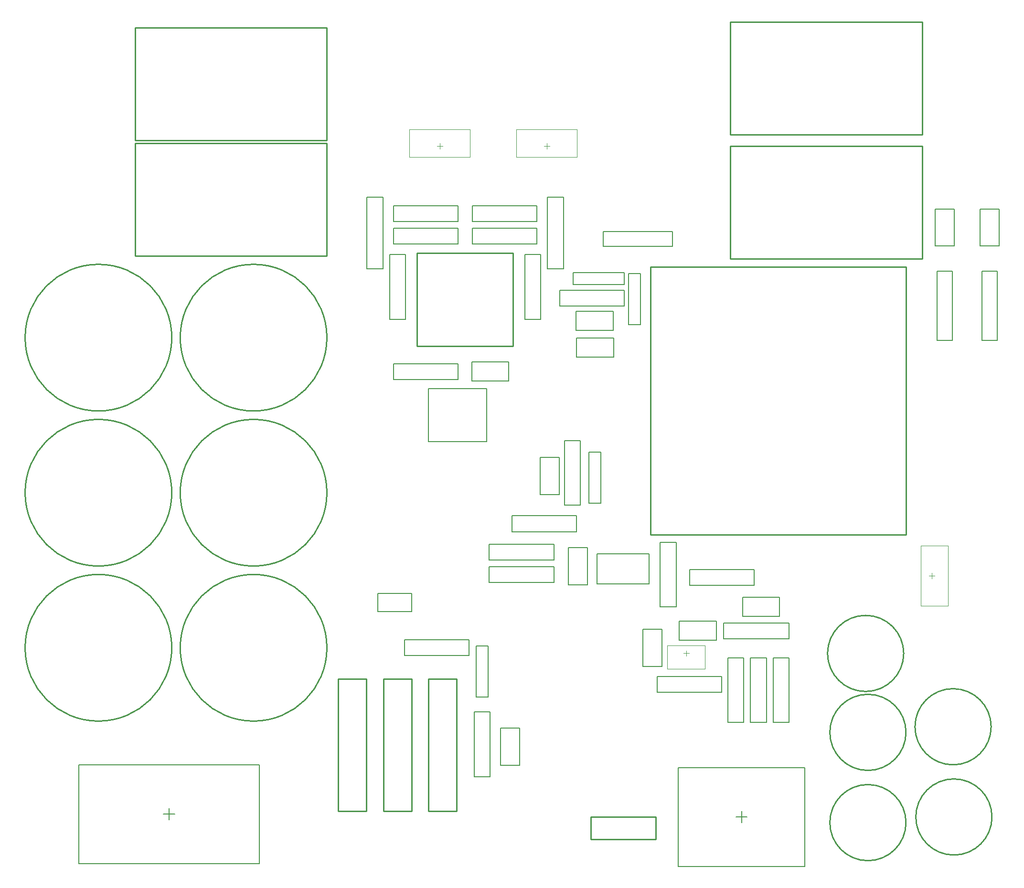
<source format=gbr>
G04*
G04 #@! TF.GenerationSoftware,Altium Limited,Altium Designer,23.6.0 (18)*
G04*
G04 Layer_Color=32768*
%FSLAX44Y44*%
%MOMM*%
G71*
G04*
G04 #@! TF.SameCoordinates,1F3C283D-9475-48EB-A570-AF6A427DC10D*
G04*
G04*
G04 #@! TF.FilePolarity,Positive*
G04*
G01*
G75*
%ADD11C,0.2000*%
%ADD12C,0.2540*%
%ADD13C,0.0500*%
%ADD14C,0.1000*%
D11*
X1536000Y507750D02*
Y622250D01*
X1564000D01*
Y507750D02*
Y622250D01*
X1536000Y507750D02*
X1564000D01*
X1004900Y1005350D02*
Y1099250D01*
X1108500D01*
Y1005350D02*
Y1099250D01*
X1004900Y1005350D02*
X1108500D01*
X1410250Y561000D02*
Y589000D01*
Y561000D02*
X1524750D01*
Y589000D01*
X1410250D02*
X1524750D01*
X895400Y1439000D02*
X924600D01*
X895400Y1312140D02*
Y1439000D01*
Y1312140D02*
X924600D01*
Y1439000D01*
X1081700Y1146900D02*
X1147500D01*
Y1113100D02*
Y1146900D01*
X1081700Y1113100D02*
X1147500D01*
X1081700D02*
Y1146900D01*
X936000Y1222750D02*
Y1337250D01*
X964000D01*
Y1222750D02*
Y1337250D01*
X936000Y1222750D02*
X964000D01*
X942750Y1384000D02*
X1057250D01*
Y1356000D02*
Y1384000D01*
X942750Y1356000D02*
X1057250D01*
X942750D02*
Y1384000D01*
X1561700Y729400D02*
X1627500D01*
Y695600D02*
Y729400D01*
X1561700Y695600D02*
X1627500D01*
X1561700D02*
Y729400D01*
X1416000Y827250D02*
X1444000D01*
X1416000Y712750D02*
Y827250D01*
Y712750D02*
X1444000D01*
Y827250D01*
X1086000Y526760D02*
X1114000D01*
X1086000Y411000D02*
Y526760D01*
Y411000D02*
X1114000D01*
Y526760D01*
X1133100Y497500D02*
X1166900D01*
X1133100Y431700D02*
Y497500D01*
Y431700D02*
X1166900D01*
Y497500D01*
X1089450Y643260D02*
X1110550D01*
X1089450Y553000D02*
Y643260D01*
Y553000D02*
X1110550D01*
Y643260D01*
X962750Y626000D02*
X1077250D01*
X962750D02*
Y654000D01*
X1077250D01*
Y626000D02*
Y654000D01*
X1253100Y751700D02*
X1286900D01*
Y817500D01*
X1253100D02*
X1286900D01*
X1253100Y751700D02*
Y817500D01*
X1304150Y753600D02*
X1395850D01*
X1304150D02*
Y806400D01*
X1395850D01*
Y753600D02*
Y806400D01*
X1227250Y796000D02*
Y824000D01*
X1112750D02*
X1227250D01*
X1112750Y796000D02*
Y824000D01*
Y796000D02*
X1227250D01*
X1112750Y756000D02*
X1227250D01*
X1112750D02*
Y784000D01*
X1227250D01*
Y756000D02*
Y784000D01*
X1152750Y874000D02*
X1267250D01*
Y846000D02*
Y874000D01*
X1152750Y846000D02*
X1267250D01*
X1152750D02*
Y874000D01*
X1359450Y1213000D02*
Y1303260D01*
X1380550D01*
Y1213000D02*
Y1303260D01*
X1359450Y1213000D02*
X1380550D01*
X1267500Y1155600D02*
X1333300D01*
X1267500D02*
Y1189400D01*
X1333300D01*
Y1155600D02*
Y1189400D01*
X1266700Y1203100D02*
X1332500D01*
X1266700D02*
Y1236900D01*
X1332500D01*
Y1203100D02*
Y1236900D01*
X1237750Y1274000D02*
X1352250D01*
Y1246000D02*
Y1274000D01*
X1237750Y1246000D02*
X1352250D01*
X1237750D02*
Y1274000D01*
X1314750Y1351550D02*
Y1378450D01*
Y1351550D02*
X1437750D01*
Y1378450D01*
X1314750D02*
X1437750D01*
X1244600Y1312140D02*
Y1439000D01*
X1215400Y1312140D02*
X1244600D01*
X1215400D02*
Y1439000D01*
X1244600D01*
X1261740Y1284450D02*
X1352000D01*
X1261740D02*
Y1305550D01*
X1352000D01*
Y1284450D02*
Y1305550D01*
X1176000Y1222750D02*
Y1337250D01*
X1204000D01*
Y1222750D02*
Y1337250D01*
X1176000Y1222750D02*
X1204000D01*
X1082750Y1396000D02*
X1197250D01*
X1082750D02*
Y1424000D01*
X1197250D01*
Y1396000D02*
Y1424000D01*
X1082750Y1356000D02*
X1197250D01*
X1082750D02*
Y1384000D01*
X1197250D01*
Y1356000D02*
Y1384000D01*
X1203100Y911700D02*
X1236900D01*
Y977500D01*
X1203100D02*
X1236900D01*
X1203100Y911700D02*
Y977500D01*
X1274000Y892750D02*
Y1007250D01*
X1246000Y892750D02*
X1274000D01*
X1246000D02*
Y1007250D01*
X1274000D01*
X915000Y736000D02*
X975000D01*
Y704000D02*
Y736000D01*
X915000Y704000D02*
X975000D01*
X915000D02*
Y736000D01*
X942750Y1116000D02*
X1057250D01*
X942750D02*
Y1144000D01*
X1057250D01*
Y1116000D02*
Y1144000D01*
X1604000Y507750D02*
Y622250D01*
X1576000Y507750D02*
X1604000D01*
X1576000D02*
Y622250D01*
X1604000D01*
X1528240Y656000D02*
Y684000D01*
Y656000D02*
X1644000D01*
Y684000D01*
X1528240D02*
X1644000D01*
X1644000Y507750D02*
Y622250D01*
X1616000Y507750D02*
X1644000D01*
X1616000D02*
Y622250D01*
X1644000D01*
X1467750Y779000D02*
X1582250D01*
Y751000D02*
Y779000D01*
X1467750Y751000D02*
X1582250D01*
X1467750D02*
Y779000D01*
X1385005Y672685D02*
X1418805D01*
X1385005Y606885D02*
Y672685D01*
Y606885D02*
X1418805D01*
Y672685D01*
X1449405Y653285D02*
Y687085D01*
Y653285D02*
X1515205D01*
Y687085D01*
X1449405D02*
X1515205D01*
X1983100Y1352500D02*
Y1418300D01*
X2016900D01*
Y1352500D02*
Y1418300D01*
X1983100Y1352500D02*
X2016900D01*
X384875Y257500D02*
Y432500D01*
X705130D01*
Y257500D02*
Y432500D01*
X384875Y257500D02*
X705130D01*
X535000Y345000D02*
X555000D01*
X545000Y335000D02*
Y355000D01*
X1447500Y252500D02*
Y427500D01*
X1672500D01*
Y252500D02*
Y427500D01*
X1447500Y252500D02*
X1672500D01*
X1550000Y340000D02*
X1570000D01*
X1560000Y330000D02*
Y350000D01*
X1057250Y1396000D02*
Y1424000D01*
X942750D02*
X1057250D01*
X942750Y1396000D02*
Y1424000D01*
Y1396000D02*
X1057250D01*
X1906550Y1307750D02*
X1933450D01*
X1906550Y1184750D02*
Y1307750D01*
Y1184750D02*
X1933450D01*
Y1307750D01*
X1986550Y1184750D02*
X2013450D01*
Y1307750D01*
X1986550D02*
X2013450D01*
X1986550Y1184750D02*
Y1307750D01*
X1903100Y1352500D02*
Y1418300D01*
X1936900D01*
Y1352500D02*
Y1418300D01*
X1903100Y1352500D02*
X1936900D01*
X1289450Y896740D02*
Y987000D01*
X1310550D01*
Y896740D02*
Y987000D01*
X1289450Y896740D02*
X1310550D01*
D12*
X550000Y640000D02*
G03*
X550000Y640000I-130000J0D01*
G01*
Y915000D02*
G03*
X550000Y915000I-130000J0D01*
G01*
X825000Y640000D02*
G03*
X825000Y640000I-130000J0D01*
G01*
Y915000D02*
G03*
X825000Y915000I-130000J0D01*
G01*
X550000Y1190000D02*
G03*
X550000Y1190000I-130000J0D01*
G01*
X825000D02*
G03*
X825000Y1190000I-130000J0D01*
G01*
X2002500Y500000D02*
G03*
X2002500Y500000I-67500J0D01*
G01*
X1851544Y329970D02*
G03*
X1851544Y329970I-67500J0D01*
G01*
X1847500Y630000D02*
G03*
X1847500Y630000I-67500J0D01*
G01*
X2003985Y339970D02*
G03*
X2003985Y339970I-67500J0D01*
G01*
X1851545Y490000D02*
G03*
X1851545Y490000I-67500J0D01*
G01*
X1055000Y350000D02*
Y585000D01*
X1005000Y350000D02*
Y585000D01*
X1055000D01*
X1005000Y350000D02*
X1055000D01*
X925000D02*
X975000D01*
X925000Y585000D02*
X975000D01*
X925000Y350000D02*
Y585000D01*
X975000Y350000D02*
Y585000D01*
X895000Y350000D02*
Y585000D01*
X845000Y350000D02*
Y585000D01*
X895000D01*
X845000Y350000D02*
X895000D01*
X825000Y1540000D02*
Y1740000D01*
X485000Y1540000D02*
Y1740000D01*
Y1540000D02*
X825000D01*
X485000Y1740000D02*
X825000D01*
Y1335000D02*
Y1535000D01*
X485000Y1335000D02*
Y1535000D01*
Y1335000D02*
X825000D01*
X485000Y1535000D02*
X825000D01*
X1540000Y1330000D02*
Y1530000D01*
X1880000Y1330000D02*
Y1530000D01*
X1540000D02*
X1880000D01*
X1540000Y1330000D02*
X1880000D01*
X1540000Y1550000D02*
Y1750000D01*
X1880000Y1550000D02*
Y1750000D01*
X1540000D02*
X1880000D01*
X1540000Y1550000D02*
X1880000D01*
X1155000Y1175000D02*
Y1340000D01*
X985000Y1175000D02*
Y1340000D01*
X1155000D01*
X985000Y1175000D02*
X1155000D01*
X1398700Y1315500D02*
X1851700D01*
X1398700Y840500D02*
X1851700D01*
Y1315500D01*
X1398700Y840500D02*
Y1315500D01*
X1293000Y300000D02*
Y340000D01*
X1408000Y300000D02*
Y340000D01*
X1293000D02*
X1408000D01*
X1293000Y300000D02*
X1408000D01*
D13*
X1877500Y714000D02*
Y821000D01*
X1926500Y714000D02*
Y821000D01*
X1877500D02*
X1926500D01*
X1877500Y714000D02*
X1926500D01*
X1078500Y1510000D02*
Y1559000D01*
X971500Y1510000D02*
Y1559000D01*
X1078500D01*
X971500Y1510000D02*
X1078500D01*
X1161100Y1510000D02*
X1268100D01*
X1161100Y1559000D02*
X1268100D01*
X1161100Y1510000D02*
Y1559000D01*
X1268100Y1510000D02*
Y1559000D01*
X1428505Y602435D02*
X1495305D01*
X1428505D02*
Y644435D01*
X1495305D01*
Y602435D02*
Y644435D01*
D14*
X1892500Y767500D02*
X1902500D01*
X1897500Y762500D02*
Y772500D01*
X1020000Y1530000D02*
X1030000D01*
X1025000Y1525000D02*
Y1535000D01*
X1214600Y1525000D02*
Y1535000D01*
X1209600Y1530000D02*
X1219600D01*
X1461905Y625185D02*
Y635185D01*
X1456905Y630185D02*
X1466905D01*
M02*

</source>
